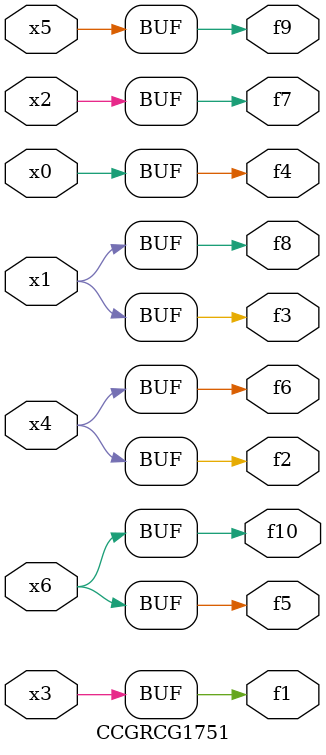
<source format=v>
module CCGRCG1751(
	input x0, x1, x2, x3, x4, x5, x6,
	output f1, f2, f3, f4, f5, f6, f7, f8, f9, f10
);
	assign f1 = x3;
	assign f2 = x4;
	assign f3 = x1;
	assign f4 = x0;
	assign f5 = x6;
	assign f6 = x4;
	assign f7 = x2;
	assign f8 = x1;
	assign f9 = x5;
	assign f10 = x6;
endmodule

</source>
